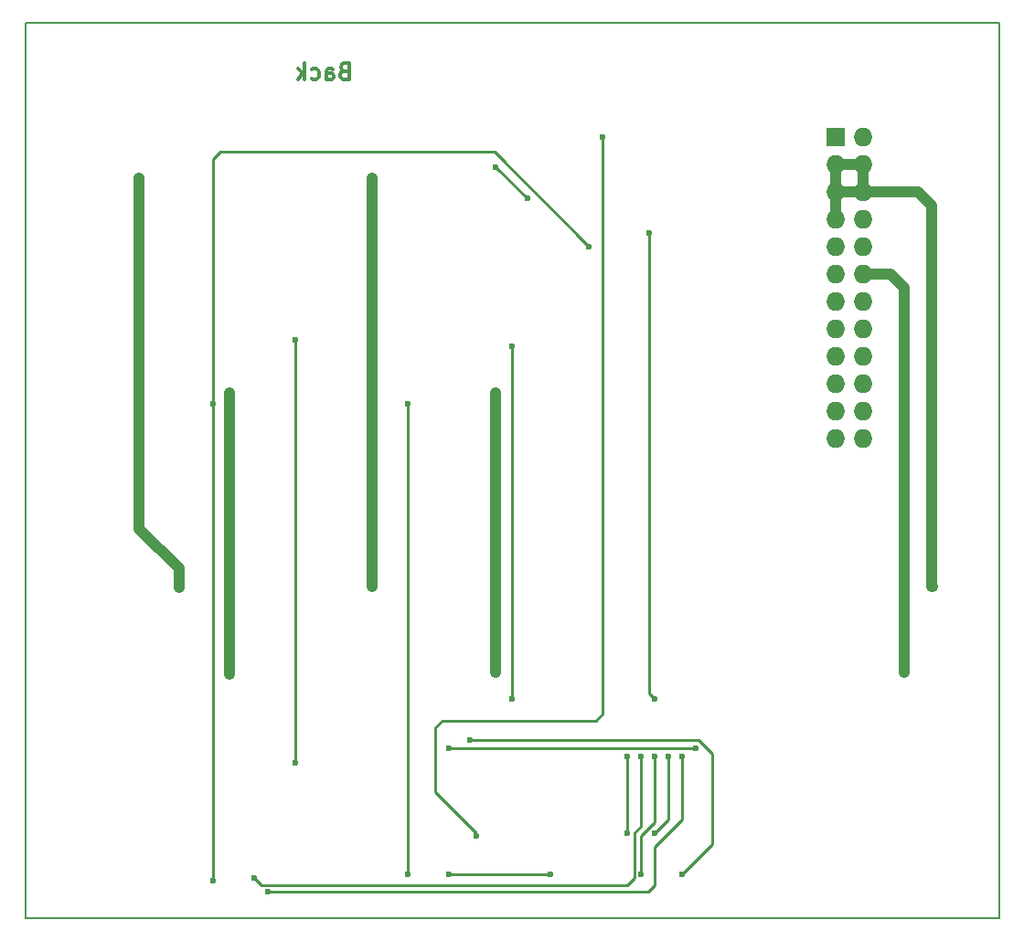
<source format=gbr>
G04 #@! TF.FileFunction,Copper,L2,Bot,Signal*
%FSLAX46Y46*%
G04 Gerber Fmt 4.6, Leading zero omitted, Abs format (unit mm)*
G04 Created by KiCad (PCBNEW 4.0.5+dfsg1-4~bpo8+1) date Sun Apr 30 20:15:14 2017*
%MOMM*%
%LPD*%
G01*
G04 APERTURE LIST*
%ADD10C,0.100000*%
%ADD11C,0.300000*%
%ADD12C,0.150000*%
%ADD13R,1.727200X1.727200*%
%ADD14O,1.727200X1.727200*%
%ADD15C,0.600000*%
%ADD16C,1.000000*%
%ADD17C,0.250000*%
G04 APERTURE END LIST*
D10*
D11*
X164000428Y-76473857D02*
X163786142Y-76545286D01*
X163714714Y-76616714D01*
X163643285Y-76759571D01*
X163643285Y-76973857D01*
X163714714Y-77116714D01*
X163786142Y-77188143D01*
X163929000Y-77259571D01*
X164500428Y-77259571D01*
X164500428Y-75759571D01*
X164000428Y-75759571D01*
X163857571Y-75831000D01*
X163786142Y-75902429D01*
X163714714Y-76045286D01*
X163714714Y-76188143D01*
X163786142Y-76331000D01*
X163857571Y-76402429D01*
X164000428Y-76473857D01*
X164500428Y-76473857D01*
X162357571Y-77259571D02*
X162357571Y-76473857D01*
X162429000Y-76331000D01*
X162571857Y-76259571D01*
X162857571Y-76259571D01*
X163000428Y-76331000D01*
X162357571Y-77188143D02*
X162500428Y-77259571D01*
X162857571Y-77259571D01*
X163000428Y-77188143D01*
X163071857Y-77045286D01*
X163071857Y-76902429D01*
X163000428Y-76759571D01*
X162857571Y-76688143D01*
X162500428Y-76688143D01*
X162357571Y-76616714D01*
X161000428Y-77188143D02*
X161143285Y-77259571D01*
X161428999Y-77259571D01*
X161571857Y-77188143D01*
X161643285Y-77116714D01*
X161714714Y-76973857D01*
X161714714Y-76545286D01*
X161643285Y-76402429D01*
X161571857Y-76331000D01*
X161428999Y-76259571D01*
X161143285Y-76259571D01*
X161000428Y-76331000D01*
X160357571Y-77259571D02*
X160357571Y-75759571D01*
X160214714Y-76688143D02*
X159786143Y-77259571D01*
X159786143Y-76259571D02*
X160357571Y-76831000D01*
D12*
X134493000Y-154940000D02*
X136652000Y-154940000D01*
X134493000Y-72009000D02*
X134493000Y-154940000D01*
X224663000Y-72009000D02*
X134493000Y-72009000D01*
X224663000Y-74930000D02*
X224663000Y-72009000D01*
X224663000Y-154940000D02*
X224663000Y-74930000D01*
X136652000Y-154940000D02*
X224663000Y-154940000D01*
D13*
X209550000Y-82550000D03*
D14*
X212090000Y-82550000D03*
X209550000Y-85090000D03*
X212090000Y-85090000D03*
X209550000Y-87630000D03*
X212090000Y-87630000D03*
X209550000Y-90170000D03*
X212090000Y-90170000D03*
X209550000Y-92710000D03*
X212090000Y-92710000D03*
X209550000Y-95250000D03*
X212090000Y-95250000D03*
X209550000Y-97790000D03*
X212090000Y-97790000D03*
X209550000Y-100330000D03*
X212090000Y-100330000D03*
X209550000Y-102870000D03*
X212090000Y-102870000D03*
X209550000Y-105410000D03*
X212090000Y-105410000D03*
X209550000Y-107950000D03*
X212090000Y-107950000D03*
X209550000Y-110490000D03*
X212090000Y-110490000D03*
D15*
X215900000Y-132207000D03*
X178054000Y-132207000D03*
X178054000Y-110236000D03*
X178054000Y-108331000D03*
X178054000Y-106299000D03*
X153416000Y-132334000D03*
X153416000Y-110363000D03*
X153416000Y-108331000D03*
X153416000Y-106299000D03*
X166624000Y-124270000D03*
X218504000Y-124270000D03*
X166624000Y-96266000D03*
X166624000Y-94234000D03*
X166624000Y-92329000D03*
X166624000Y-90297000D03*
X166624000Y-88265000D03*
X166624000Y-86233000D03*
X148717000Y-124333000D03*
X145034000Y-88290000D03*
X145034000Y-90290000D03*
X145034000Y-92329000D03*
X145034000Y-94290000D03*
X144964000Y-86290000D03*
X145034000Y-96266000D03*
X176276000Y-147320000D03*
X187960000Y-82550000D03*
X192278000Y-91440000D03*
X192786000Y-134620000D03*
X192786000Y-139954000D03*
X191516000Y-150876000D03*
X186690000Y-92710000D03*
X151892000Y-151511000D03*
X151892000Y-107315000D03*
X178054000Y-85344000D03*
X180975000Y-88265000D03*
X169926000Y-150876000D03*
X169926000Y-107315000D03*
X179578000Y-101981000D03*
X179578000Y-134620000D03*
X159512000Y-101346000D03*
X159512000Y-140589000D03*
X190246000Y-147066000D03*
X190246000Y-139954000D03*
X192786000Y-147066000D03*
X194056000Y-139954000D03*
X173736000Y-150876000D03*
X183134000Y-150876000D03*
X175641000Y-138430000D03*
X195326000Y-150876000D03*
X196596000Y-139192000D03*
X173736000Y-139192000D03*
X156972000Y-152527000D03*
X195326000Y-139954000D03*
X155702000Y-151257000D03*
X191516000Y-139954000D03*
D16*
X212090000Y-95250000D02*
X214630000Y-95250000D01*
X215900000Y-96520000D02*
X215900000Y-132207000D01*
X214630000Y-95250000D02*
X215900000Y-96520000D01*
X178054000Y-132207000D02*
X178054000Y-110236000D01*
X178054000Y-110236000D02*
X178054000Y-108331000D01*
X178054000Y-108331000D02*
X178054000Y-106299000D01*
X153416000Y-110363000D02*
X153416000Y-132334000D01*
X153416000Y-106299000D02*
X153416000Y-108331000D01*
X153416000Y-108331000D02*
X153416000Y-110363000D01*
X166624000Y-124206000D02*
X166624000Y-96266000D01*
X166624000Y-124206000D02*
X166624000Y-124270000D01*
X218440000Y-124206000D02*
X218504000Y-124270000D01*
X218440000Y-124206000D02*
X218440000Y-88900000D01*
X218440000Y-88900000D02*
X217170000Y-87630000D01*
X217170000Y-87630000D02*
X212090000Y-87630000D01*
X212090000Y-87630000D02*
X212090000Y-85090000D01*
X209550000Y-87630000D02*
X212090000Y-87630000D01*
X209550000Y-90170000D02*
X209550000Y-85090000D01*
X209550000Y-85090000D02*
X212090000Y-85090000D01*
D17*
X166624000Y-92329000D02*
X166624000Y-92202000D01*
D16*
X166624000Y-86360000D02*
X166624000Y-88265000D01*
X166624000Y-88265000D02*
X166624000Y-90297000D01*
X166624000Y-90297000D02*
X166624000Y-92202000D01*
X166624000Y-96266000D02*
X166624000Y-94234000D01*
X166624000Y-94234000D02*
X166624000Y-92202000D01*
X145034000Y-118872000D02*
X148717000Y-122555000D01*
X145034000Y-96266000D02*
X145034000Y-118872000D01*
X148717000Y-122555000D02*
X148717000Y-124333000D01*
X145034000Y-88290000D02*
X145034000Y-88265000D01*
X145034000Y-90290000D02*
X145034000Y-90297000D01*
X145034000Y-94290000D02*
X145034000Y-94234000D01*
X145034000Y-86360000D02*
X145034000Y-88265000D01*
D17*
X144964000Y-86290000D02*
X145034000Y-86360000D01*
D16*
X145034000Y-88265000D02*
X145034000Y-90297000D01*
X145034000Y-90297000D02*
X145034000Y-92329000D01*
X145034000Y-92329000D02*
X145034000Y-94234000D01*
X145034000Y-94234000D02*
X145034000Y-96266000D01*
D17*
X187960000Y-136017000D02*
X187960000Y-82550000D01*
X187325000Y-136652000D02*
X187960000Y-136017000D01*
X173101000Y-136652000D02*
X187325000Y-136652000D01*
X172466000Y-137287000D02*
X173101000Y-136652000D01*
X172466000Y-143256000D02*
X172466000Y-137287000D01*
X176276000Y-147066000D02*
X172466000Y-143256000D01*
X176276000Y-147066000D02*
X176276000Y-147320000D01*
X192278000Y-134112000D02*
X192278000Y-91440000D01*
X192786000Y-134620000D02*
X192278000Y-134112000D01*
X192786000Y-146050000D02*
X192786000Y-139954000D01*
X191516000Y-147320000D02*
X192786000Y-146050000D01*
X191516000Y-150876000D02*
X191516000Y-147320000D01*
X151892000Y-107315000D02*
X151892000Y-84582000D01*
X177927000Y-83947000D02*
X186690000Y-92710000D01*
X152527000Y-83947000D02*
X177927000Y-83947000D01*
X151892000Y-84582000D02*
X152527000Y-83947000D01*
X151892000Y-107315000D02*
X151892000Y-151511000D01*
X180975000Y-88265000D02*
X178054000Y-85344000D01*
X169926000Y-107315000D02*
X169926000Y-150876000D01*
X179578000Y-134620000D02*
X179578000Y-101981000D01*
X159512000Y-140589000D02*
X159512000Y-101346000D01*
X190246000Y-139954000D02*
X190246000Y-147066000D01*
X194056000Y-145796000D02*
X194056000Y-139954000D01*
X192786000Y-147066000D02*
X194056000Y-145796000D01*
X192786000Y-147066000D02*
X192786000Y-147066000D01*
X183134000Y-150876000D02*
X173736000Y-150876000D01*
X196850000Y-138430000D02*
X175641000Y-138430000D01*
X198120000Y-139700000D02*
X196850000Y-138430000D01*
X198120000Y-148082000D02*
X198120000Y-139700000D01*
X195326000Y-150876000D02*
X198120000Y-148082000D01*
X173736000Y-139192000D02*
X196596000Y-139192000D01*
X192151000Y-152527000D02*
X156972000Y-152527000D01*
X192786000Y-151892000D02*
X192151000Y-152527000D01*
X192786000Y-148336000D02*
X192786000Y-151892000D01*
X195326000Y-145796000D02*
X192786000Y-148336000D01*
X195326000Y-139954000D02*
X195326000Y-145796000D01*
X156337000Y-151892000D02*
X155702000Y-151257000D01*
X190246000Y-151892000D02*
X156337000Y-151892000D01*
X190881000Y-151257000D02*
X190246000Y-151892000D01*
X190881000Y-147066000D02*
X190881000Y-151257000D01*
X191516000Y-146431000D02*
X190881000Y-147066000D01*
X191516000Y-139954000D02*
X191516000Y-146431000D01*
M02*

</source>
